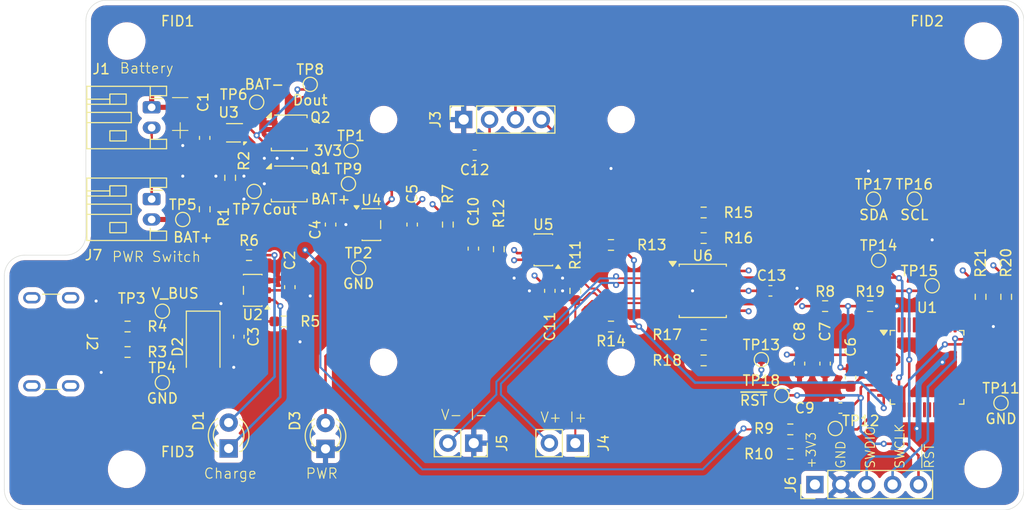
<source format=kicad_pcb>
(kicad_pcb (version 20241229) (generator "pcbnew") (generator_version "9.0")
  (title_block (rev "A"))
  (layers (0 "F.Cu" signal) (4 "In1.Cu" power) (6 "In2.Cu" power) (2 "B.Cu" signal) (13 "F.Paste" user) (15 "B.Paste" user) (5 "F.SilkS" user "F.Silkscreen") (7 "B.SilkS" user "B.Silkscreen") (1 "F.Mask" user) (3 "B.Mask" user) (25 "Edge.Cuts" user))
  (property "REVISION" "A")
  (net 0 "")
  (net 1 "/Power/BAT-")
  (net 2 "Net-(U3-BAT)")
  (net 3 "GND")
  (net 4 "/Power/BAT+")
  (net 5 "+3V3")
  (net 6 "Net-(U1-VREF+)")
  (net 7 "/MCU/~{RST}")
  (net 8 "Net-(D1-A)")
  (net 9 "Net-(D1-K)")
  (net 10 "Net-(D3-A)")
  (net 11 "Net-(J1-Pin_2)")
  (net 12 "Net-(J2-CC2)")
  (net 13 "Net-(J2-CC1)")
  (net 18 "/MCU/SCL")
  (net 19 "/MCU/SDA")
  (net 20 "/Amplifier/IN_2-")
  (net 21 "/Kelvin Probe/V+")
  (net 22 "/Kelvin Probe/V-")
  (net 23 "/MCU/SWDIO")
  (net 24 "/MCU/SWCLK")
  (net 25 "Net-(Q1-D)")
  (net 26 "/Power/V_BUS")
  (net 27 "/Power/Cout")
  (net 28 "Net-(U3-V-)")
  (net 29 "Net-(U2-PROG)")
  (net 30 "/MCU/ADC_IN0")
  (net 31 "/Amplifier/IN_2+")
  (net 32 "Net-(C10-Pad1)")
  (net 33 "/Current Source/V_OUT")
  (net 34 "Net-(U6A-REF)")
  (net 35 "Net-(U6A-RG)")
  (net 36 "/Amplifier/OUT_1")
  (net 37 "Net-(U6B-REF)")
  (net 38 "Net-(U6B-RG)")
  (net 39 "/Amplifier/OUT_2")
  (net 79 "/Power/Dout")
  (footprint "Fiducial:Fiducial_1mm_Mask2mm" (layer "F.Cu") (at 117 96.25)
    (property "Reference" "FID3")
    (property "Value" "Fiducial" (hide yes))
  )
  (footprint "TestPoint:TestPoint_Pad_D1.0mm" (layer "F.Cu") (at 115.5 87.5)
    (property "Reference" "TP4")
    (property "Value" "GND")
  )
  (footprint "TestPoint:TestPoint_Pad_D1.0mm" (layer "F.Cu") (at 124.5 68.75)
    (property "Reference" "TP7")
    (property "Value" "Cout")
  )
  (footprint "Package_QFP:LQFP-48_7x7mm_P0.5mm" (layer "F.Cu") (at 190.5 86)
    (property "Reference" "U1")
    (property "Value" "STM32G031C6Tx" (hide yes))
  )
  (footprint "Resistor_SMD:R_0603_1608Metric_Pad0.98x0.95mm_HandSolder" (layer "F.Cu") (at 180.5 80)
    (property "Reference" "R8")
    (property "Value" "DNP" (hide yes))
  )
  (footprint "TestPoint:TestPoint_Pad_D1.0mm" (layer "F.Cu") (at 191 78)
    (property "Reference" "TP15")
    (property "Value" "ADC_IN3" (hide yes))
  )
  (footprint "Fiducial:Fiducial_1mm_Mask2mm" (layer "F.Cu") (at 190.5 54)
    (property "Reference" "FID2")
    (property "Value" "Fiducial" (hide yes))
  )
  (footprint "Capacitor_SMD:C_0603_1608Metric_Pad1.08x0.95mm_HandSolder" (layer "F.Cu") (at 146 74.3625 -90)
    (property "Reference" "C10")
    (property "Value" "DNP" (hide yes))
  )
  (footprint "Resistor_SMD:R_0603_1608Metric_Pad0.98x0.95mm_HandSolder" (layer "F.Cu") (at 159.5 74 180)
    (property "Reference" "R13")
    (property "Value" "0" (hide yes))
  )
  (footprint "Resistor_SMD:R_0603_1608Metric_Pad0.98x0.95mm_HandSolder" (layer "F.Cu") (at 184.9125 80)
    (property "Reference" "R19")
    (property "Value" "DNP" (hide yes))
  )
  (footprint "Package_SO:TSSOP-14_4.4x5mm_P0.65mm" (layer "F.Cu") (at 168.5 78.5)
    (property "Reference" "U6")
    (property "Value" "INA2332" (hide yes))
  )
  (footprint "Connector_JST:JST_PH_S2B-PH-K_1x02_P2.00mm_Horizontal" (layer "F.Cu") (at 114.45 60.5 -90)
    (property "Reference" "J1")
    (property "Value" "S2B-PH-K-S" (hide yes))
  )
  (footprint "Capacitor_SMD:C_0603_1608Metric_Pad1.08x0.95mm_HandSolder" (layer "F.Cu") (at 180.5 85.6375 -90)
    (property "Reference" "C7")
    (property "Value" "100nF" (hide yes))
  )
  (footprint "TestPoint:TestPoint_Pad_D1.0mm" (layer "F.Cu") (at 134.75 76.25)
    (property "Reference" "TP2")
    (property "Value" "GND")
  )
  (footprint "MountingHole:MountingHole_3.2mm_M3" (layer "F.Cu") (at 112 54)
    (property "Reference" "H5" (hide yes))
    (property "Value" "MountingHole" (hide yes))
  )
  (footprint "Resistor_SMD:R_0603_1608Metric_Pad0.98x0.95mm_HandSolder" (layer "F.Cu") (at 177.0875 94.5 180)
    (property "Reference" "R10")
    (property "Value" "100k" (hide yes))
  )
  (footprint "Resistor_SMD:R_0603_1608Metric_Pad0.98x0.95mm_HandSolder" (layer "F.Cu") (at 168.5875 82.815 180)
    (property "Reference" "R17")
    (property "Value" "100k" (hide yes))
  )
  (footprint "TestPoint:TestPoint_Pad_D1.0mm" (layer "F.Cu") (at 130 58.25)
    (property "Reference" "TP8")
    (property "Value" "Dout")
  )
  (footprint "Package_TO_SOT_SMD:SOT-23-5" (layer "F.Cu") (at 136 72)
    (property "Reference" "U4")
    (property "Value" "AP2112K-3.3" (hide yes))
  )
  (footprint "TestPoint:TestPoint_Pad_D1.0mm" (layer "F.Cu") (at 176.25 88.75)
    (property "Reference" "TP18")
    (property "Value" "~{RST}")
  )
  (footprint "Capacitor_SMD:C_0603_1608Metric_Pad1.08x0.95mm_HandSolder" (layer "F.Cu") (at 182 90 180)
    (property "Reference" "C9")
    (property "Value" "100nF" (hide yes))
  )
  (footprint "Capacitor_SMD:C_0603_1608Metric_Pad1.08x0.95mm_HandSolder" (layer "F.Cu") (at 146.13 65.2 180)
    (property "Reference" "C12")
    (property "Value" "DNP" (hide yes))
  )
  (footprint "Resistor_SMD:R_0603_1608Metric_Pad0.98x0.95mm_HandSolder" (layer "F.Cu") (at 148.5 74.4125 -90)
    (property "Reference" "R12")
    (property "Value" "20k" (hide yes))
  )
  (footprint "Connector_PinHeader_2.54mm:PinHeader_1x05_P2.54mm_Vertical" (layer "F.Cu") (at 179.5 97.5 90)
    (property "Reference" "J6")
    (property "Value" "Conn_01x05_Pin" (hide yes))
  )
  (footprint "MountingHole:MountingHole_3.2mm_M3" (layer "F.Cu") (at 112 96)
    (property "Reference" "H7" (hide yes))
    (property "Value" "MountingHole" (hide yes))
  )
  (footprint "Capacitor_SMD:C_0603_1608Metric_Pad1.08x0.95mm_HandSolder" (layer "F.Cu") (at 153.5 78.5 -90)
    (property "Reference" "C11")
    (property "Value" "DNP" (hide yes))
  )
  (footprint "Package_TO_SOT_SMD:SOT-23-5" (layer "F.Cu") (at 124.3625 78.45 180)
    (property "Reference" "U2")
    (property "Value" "MCP73831-2-OT" (hide yes))
  )
  (footprint "MountingHole:MountingHole_2.2mm_M2" (layer "F.Cu") (at 160.5 85.5)
    (property "Reference" "H4" (hide yes))
    (property "Value" "MountingHole" (hide yes))
  )
  (footprint "Connector_PinSocket_2.54mm:PinSocket_1x02_P2.54mm_Vertical" (layer "F.Cu") (at 146.04 93.435 -90)
    (property "Reference" "J5")
    (property "Value" "Conn_01x02" (hide yes))
  )
  (footprint "LED_THT:LED_D3.0mm" (layer "F.Cu") (at 122 93.96 90)
    (property "Reference" "D1")
    (property "Value" "RED" (hide yes))
  )
  (footprint "MountingHole:MountingHole_2.2mm_M2" (layer "F.Cu") (at 137.2 61.7)
    (property "Reference" "H1" (hide yes))
    (property "Value" "MountingHole" (hide yes))
  )
  (footprint "TestPoint:TestPoint_Pad_D1.0mm" (layer "F.Cu") (at 134 64.75)
    (property "Reference" "TP1")
    (property "Value" "3V3")
  )
  (footprint "Fiducial:Fiducial_1mm_Mask2mm" (layer "F.Cu") (at 117 54)
    (property "Reference" "FID1")
    (property "Value" "Fiducial" (hide yes))
  )
  (footprint "Capacitor_SMD:C_0603_1608Metric_Pad1.08x0.95mm_HandSolder" (layer "F.Cu") (at 132 72 -90)
    (property "Reference" "C4")
    (property "Value" "1uF" (hide yes))
  )
  (footprint "LED_THT:LED_D3.0mm" (layer "F.Cu") (at 131.5 94 90)
    (property "Reference" "D3")
    (property "Value" "GREEN" (hide yes))
  )
  (footprint "TestPoint:TestPoint_Pad_D1.0mm" (layer "F.Cu") (at 117.5 71.5)
    (property "Reference" "TP5")
    (property "Value" "BAT+")
  )
  (footprint "Diode_SMD:D_SMA" (layer "F.Cu") (at 119.5 84 -90)
    (property "Reference" "D2")
    (property "Value" "SMAJ5.0A" (hide yes))
  )
  (footprint "Resistor_SMD:R_0603_1608Metric_Pad0.98x0.95mm_HandSolder" (layer "F.Cu") (at 168.5875 73.325)
    (property "Reference" "R16")
    (property "Value" "191k" (hide yes))
  )
  (footprint "Capacitor_SMD:C_0603_1608Metric_Pad1.08x0.95mm_HandSolder" (layer "F.Cu") (at 123 83 -90)
    (property "Reference" "C3")
    (property "Value" "4.7uF" (hide yes))
  )
  (footprint "Resistor_SMD:R_0603_1608Metric_Pad0.98x0.95mm_HandSolder" (layer "F.Cu") (at 156 78.5 -90)
    (property "Reference" "R11")
    (property "Value" "4.02" (hide yes))
  )
  (footprint "Resistor_SMD:R_0603_1608Metric_Pad0.98x0.95mm_HandSolder" (layer "F.Cu") (at 168.5875 70.815 180)
    (property "Reference" "R15")
    (property "Value" "10k" (hide yes))
  )
  (footprint "Package_SON:WSON-6_1.5x1.5mm_P0.5mm" (layer "F.Cu") (at 122.575 63 180)
    (property "Reference" "U3")
    (property "Value" "BQ297xy" (hide yes))
  )
  (footprint "TestPoint:TestPoint_Pad_D1.0mm" (layer "F.Cu") (at 197.75 89.5)
    (property "Reference" "TP11")
    (property "Value" "GND")
  )
  (footprint "MountingHole:MountingHole_3.2mm_M3" (layer "F.Cu") (at 196 54)
    (property "Reference" "H6" (hide yes))
    (property "Value" "MountingHole" (hide yes))
  )
  (footprint "TestPoint:TestPoint_Pad_D1.0mm" (layer "F.Cu") (at 174.25 85.25)
    (property "Reference" "TP13")
    (property "Value" "ADC_IN1" (hide yes))
  )
  (footprint "Capacitor_SMD:C_0603_1608Metric_Pad1.08x0.95mm_HandSolder" (layer "F.Cu") (at 128 78.1375 -90)
    (property "Reference" "C2")
    (property "Value" "4.7uF" (hide yes))
  )
  (footprint "TestPoint:TestPoint_Pad_D1.0mm" (layer "F.Cu") (at 189.25 69.5)
    (property "Reference" "TP16")
    (property "Value" "SCL")
  )
  (footprint "TestPoint:TestPoint_Pad_D1.0mm" (layer "F.Cu") (at 185.75 75.5)
    (property "Reference" "TP14")
    (property "Value" "ADC_IN2" (hide yes))
  )
  (footprint "Capacitor_SMD:C_0603_1608Metric_Pad1.08x0.95mm_HandSolder" (layer "F.Cu") (at 175.1375 78.5)
    (property "Reference" "C13")
    (property "Value" "100nF" (hide yes))
  )
  (footprint "Capacitor_SMD:C_0603_1608Metric_Pad1.08x0.95mm_HandSolder" (layer "F.Cu") (at 177.99 85.6375 -90)
    (property "Reference" "C8")
    (property "Value" "4.7uF" (hide yes))
  )
  (footprint "Resistor_SMD:R_0603_1608Metric_Pad0.98x0.95mm_HandSolder" (layer "F.Cu") (at 124 75)
    (property "Reference" "R6")
    (property "Value" "330" (hide yes))
  )
  (footprint "MountingHole:MountingHole_3.2mm_M3" (layer "F.Cu") (at 196 96)
    (property "Reference" "H8" (hide yes))
    (property "Value" "MountingHole" (hide yes))
  )
  (footprint "Resistor_SMD:R_0603_1608Metric_Pad0.98x0.95mm_HandSolder" (layer "F.Cu") (at 198.26 79.0875 -90)
    (property "Reference" "R20")
    (property "Value" "5.1k" (hide yes))
  )
  (footprint "Resistor_SMD:R_0603_1608Metric_Pad0.98x0.95mm_HandSolder" (layer "F.Cu") (at 168.5875 85.325)
    (property "Reference" "R18")
    (property "Value" "100k" (hide yes))
  )
  (footprint "Capacitor_SMD:C_0603_1608Metric_Pad1.08x0.95mm_HandSolder" (layer "F.Cu") (at 183 87 -90)
    (property "Reference" "C6")
    (property "Value" "100nF" (hide yes))
  )
  (footprint "TestPoint:TestPoint_Pad_D1.0mm" (layer "F.Cu") (at 115.5 80.5)
    (property "Reference" "TP3")
    (property "Value" "V_BUS")
  )
  (footprint "MountingHole:MountingHole_2.2mm_M2" (layer "F.Cu") (at 137.2 85.5)
    (property "Reference" "H3" (hide yes))
    (property "Value" "MountingHole" (hide yes))
  )
  (footprint "Capacitor_SMD:C_0603_1608Metric_Pad1.08x0.95mm_HandSolder" (layer "F.Cu") (at 119.65 63.5 90)
    (property "Reference" "C1")
    (property "Value" "100nF" (hide yes))
  )
  (footprint "MilliohmMeter:VSON-8_3.3x3.3mm_P0.65mm_NexFET" (layer "F.Cu") (at 127.94 63)
    (property "Reference" "Q2")
    (property "Value" "CSD16406Q3" (hide yes))
  )
  (footprint "Resistor_SMD:R_0603_1608Metric_Pad0.98x0.95mm_HandSolder" (layer "F.Cu") (at 122.15 67.4125 -90)
    (property "Reference" "R2")
    (property "Value" "2.2k" (hide yes))
  )
  (footprint "Capacitor_SMD:C_0603_1608Metric_Pad1.08x0.95mm_HandSolder" (layer "F.Cu") (at 140 72 -90)
    (property "Reference" "C5")
    (property "Value" "1uF" (hide yes))
  )
  (footprint "Package_TO_SOT_SMD:TSOT-23-8" (layer "F.Cu") (at 152.8625 74.475 180)
    (property "Reference" "U5")
    (property "Value" "LT3092xTS8" (hide yes))
  )
  (footprint "Resistor_SMD:R_0603_1608Metric_Pad0.98x0.95mm_HandSolder" (layer "F.Cu") (at 112.0875 82)
    (property "Reference" "R4")
    (property "Value" "5.1k" (hide yes))
  )
  (footprint "TestPoint:TestPoint_Pad_D1.0mm" (layer "F.Cu") (at 133.75 68)
    (property "Reference" "TP9")
    (property "Value" "BAT+")
  )
  (footprint "Connector_USB:USB_C_Receptacle_GCT_USB4125-xx-x-0190_6P_TopMnt_Horizontal" (layer "F.Cu") (at 103.5 83.5 -90)
    (property "Reference" "J2")
    (property "Value" "USB_C_Receptacle_PowerOnly_6P" (hide yes))
  )
  (footprint "MilliohmMeter:VSON-8_3.3x3.3mm_P0.65mm_NexFET" (layer "F.Cu") (at 127.94 68)
    (property "Reference" "Q1")
    (property "Value" "CSD16406Q3" (hide yes))
  )
  (footprint "Connector_PinSocket_2.54mm:PinSocket_1x04_P2.54mm_Vertical" (layer "F.Cu") (at 145.05 61.7 90)
    (property "Reference" "J3")
    (property "Value" "Conn_01x04_Socket" (hide yes))
  )
  (footprint "Resistor_SMD:R_0603_1608Metric_Pad0.98x0.95mm_HandSolder" (layer "F.Cu") (at 159.5 82 180)
    (property "Reference" "R14")
    (property "Value" "DNP" (hide yes))
  )
  (footprint "TestPoint:TestPoint_Pad_D1.0mm" (layer "F.Cu") (at 185.25 69.5)
    (property "Reference" "TP17")
    (property "Value" "SDA")
  )
  (footprint "Resistor_SMD:R_0603_1608Metric_Pad0.98x0.95mm_HandSolder" (layer "F.Cu") (at 127.4125 81.5)
    (property "Reference" "R5")
    (property "Value" "2k" (hide yes))
  )
  (footprint "MountingHole:MountingHole_2.2mm_M2" (layer "F.Cu") (at 160.5 61.7)
    (property "Reference" "H2" (hide yes))
    (property "Value" "MountingHole" (hide yes))
  )
  (footprint "TestPoint:TestPoint_Pad_D1.0mm" (layer "F.Cu") (at 181.5 92)
    (property "Reference" "TP12")
    (property "Value" "ADC_IN0" (hide yes))
  )
  (footprint "Connector_JST:JST_PH_S2B-PH-K_1x02_P2.00mm_Horizontal" (layer "F.Cu") (at 114.45 69.5 -90)
    (property "Reference" "J7")
    (property "Value" "S2B-PH-K-S" (hide yes))
  )
  (footprint "Resistor_SMD:R_0603_1608Metric_Pad0.98x0.95mm_HandSolder" (layer "F.Cu") (at 112.0875 84.5)
    (property "Reference" "R3")
    (property "Value" "5.1k" (hide yes))
  )
  (footprint "Resistor_SMD:R_0603_1608Metric_Pad0.98x0.95mm_HandSolder" (layer "F.Cu") (at 177.0875 92.0875)
    (property "Reference" "R9")
    (property "Value" "100k" (hide yes))
  )
  (footprint "Resistor_SMD:R_0603_1608Metric_Pad0.98x0.95mm_HandSolder" (layer "F.Cu") (at 119.65 70.5 90)
    (property "Reference" "R1")
    (property "Value" "330" (hide yes))
  )
  (footprint "Resistor_SMD:R_0603_1608Metric_Pad0.98x0.95mm_HandSolder" (layer "F.Cu") (at 195.75 79.0875 -90)
    (property "Reference" "R21")
    (property "Value" "5.1k" (hide yes))
  )
  (footprint "TestPoint:TestPoint_Pad_D1.0mm" (layer "F.Cu") (at 124.75 60)
    (property "Reference" "TP6")
    (property "Value" "BAT-")
  )
  (footprint "Resistor_SMD:R_0603_1608Metric_Pad0.98x0.95mm_HandSolder" (layer "F.Cu") (at 143.5 72 -90)
    (property "Reference" "R7")
    (property "Value" "100" (hide yes))
  )
  (footprint "Connector_PinSocket_2.54mm:PinSocket_1x02_P2.54mm_Vertical" (layer "F.Cu") (at 156 93.435 -90)
    (property "Reference" "J4")
    (property "Value" "Conn_01x02" (hide yes))
  )
  (gr_line (start 200 52) (end 200 98) (stroke (width 0.05)) (layer "Edge.Cuts"))
  (gr_arc (start 108 52) (mid 108.585786 50.585786) (end 110 50) (stroke (width 0.05)) (layer "Edge.Cuts"))
  (gr_arc (start 198 50) (mid 199.414214 50.585786) (end 200 52) (stroke (width 0.05)) (layer "Edge.Cuts"))
  (gr_arc (start 200 98) (mid 199.414214 99.414214) (end 198 100) (stroke (width 0.05)) (layer "Edge.Cuts"))
  (gr_arc (start 102 100) (mid 100.585786 99.414214) (end 100 98) (stroke (width 0.05)) (layer "Edge.Cuts"))
  (gr_arc (start 108 73) (mid 107.414214 74.414214) (end 106 75) (stroke (width 0.05)) (layer "Edge.Cuts"))
  (gr_line (start 198 100) (end 102 100) (stroke (width 0.05)) (layer "Edge.Cuts"))
  (gr_line (start 108 73) (end 108 52) (stroke (width 0.05)) (layer "Edge.Cuts"))
  (gr_line (start 110 50) (end 198 50) (stroke (width 0.05)) (layer "Edge.Cuts"))
  (gr_line (start 102 75) (end 106 75) (stroke (width 0.05)) (layer "Edge.Cuts"))
  (gr_line (start 100 98) (end 100 77) (stroke (width 0.05)) (layer "Edge.Cuts"))
  (gr_arc (start 100 77) (mid 100.585786 75.585786) (end 102 75) (stroke (width 0.05)) (layer "Edge.Cuts"))
  (gr_text "PWR Switch" (at 110.5 75.75 0) (layer "F.SilkS") (effects (font (size 1 1) (thickness 0.1)) (justify left bottom)))
  (gr_text "PWR" (at 129.5 97 0) (layer "F.SilkS") (effects (font (size 1 1) (thickness 0.1)) (justify left bottom)))
  (gr_text "V+ I+" (at 152.5 91.5 0) (layer "F.SilkS") (effects (font (size 1 1) (thickness 0.1)) (justify left bottom)))
  (gr_text "Battery" (at 111.25 57.25 0) (layer "F.SilkS") (effects (font (size 1 1) (thickness 0.1)) (justify left bottom)))
  (gr_text "V- I-" (at 142.75 91.25 0) (layer "F.SilkS") (effects (font (size 1 1) (thickness 0.1)) (justify left bottom)))
  (gr_text "Charge" (at 119.5 97 0) (layer "F.SilkS") (effects (font (size 1 1) (thickness 0.1)) (justify left bottom)))
  (gr_text "+3V3\n\nGND\n\nSWDIO\n\nSWCLK\n\n~{RST}" (at 191.25 96 90) (layer "F.SilkS") (effects (font (size 0.9 0.9) (thickness 0.1)) (justify left bottom)))
  (gr_text "-\n+" (at 117.25 61 0) (layer "F.SilkS") (effects (font (size 2 2) (thickness 0.1))))
  (segment (start 119.65 62.6375) (end 119.7875 62.5) (width 0.2) (layer "F.Cu") (net 1))
  (segment (start 119.65 64.3625) (end 119.65 69.5875) (width 0.25) (layer "F.Cu") (net 2))
  (segment (start 119.65 64.3625) (end 121.0125 63) (width 0.25) (layer "F.Cu") (net 2))
  (segment (start 121.0125 63) (end 122 63) (width 0.25) (layer "F.Cu") (net 2))
  (segment (start 128 79) (end 130 79) (width 0.25) (layer "F.Cu") (net 3))
  (segment (start 134.8625 72) (end 133.5 72) (width 0.25) (layer "F.Cu") (net 3))
  (segment (start 132.6375 72.8625) (end 133.5 72) (width 0.25) (layer "F.Cu") (net 3))
  (segment (start 128.325 81.5) (end 128.325 82.825) (width 0.25) (layer "F.Cu") (net 3))
  (segment (start 176 78.5) (end 177.5 78.5) (width 0.25) (layer "F.Cu") (net 3))
  (segment (start 128.325 82.825) (end 129 83.5) (width 0.25) (layer "F.Cu") (net 3))
  (segment (start 106.58 86.25) (end 109.25 86.25) (width 0.25) (layer "F.Cu") (net 3))
  (segment (start 123 85.5) (end 122.5 86) (width 0.25) (layer "F.Cu") (net 3))
  (segment (start 125.5 78.45) (end 127.45 78.45) (width 0.25) (layer "F.Cu") (net 3))
  (segment (start 125.83 68.33) (end 125.5 68) (width 0.25) (layer "F.Cu") (net 3))
  (segment (start 184.5 86.5) (end 183.1375 87.8625) (width 0.25) (layer "F.Cu") (net 3))
  (segment (start 185.825 80) (end 187.5 80) (width 0.25) (layer "F.Cu") (net 3))
  (segment (start 123 83.8625) (end 123 85.5) (width 0.25) (layer "F.Cu") (net 3))
  (segment (start 132 72.8625) (end 132.6375 72.8625) (width 0.25) (layer "F.Cu") (net 3))
  (segment (start 177.5 78.5) (end 177.75 78.25) (width 0.25) (layer "F.Cu") (net 3))
  (segment (start 106.58 80.75) (end 107.75 80.75) (width 0.25) (layer "F.Cu") (net 3))
  (segment (start 126.5 68.33) (end 125.83 68.33) (width 0.25) (layer "F.Cu") (net 3))
  (segment (start 109.25 86.25) (end 109.5 86.5) (width 0.25) (layer "F.Cu") (net 3))
  (segment (start 107.75 80.75) (end 109 79.5) (width 0.25) (layer "F.Cu") (net 3))
  (segment (start 127.45 78.45) (end 128 79) (width 0.25) (layer "F.Cu") (net 3))
  (segment (start 184.75 86.25) (end 186.3375 86.25) (width 0.25) (layer "F.Cu") (net 3))
  (segment (start 165.6375 78.5) (end 167.5 78.5) (width 0.25) (layer "F.Cu") (net 3))
  (segment (start 183.1375 87.8625) (end 183 87.8625) (width 0.25) (layer "F.Cu") (net 3))
  (segment (start 184.5 86.5) (end 184.75 86.25) (width 0.25) (layer "F.Cu") (net 3))
  (via (at 159.5 66.5) (size 0.6) (drill 0.3) (layers "F.Cu" "B.Cu") (net 3))
  (via (at 197 82) (size 0.6) (drill 0.3) (layers "F.Cu" "B.Cu") (net 3))
  (via (at 120.75 67.25) (size 0.6) (drill 0.3) (layers "F.Cu" "B.Cu") (net 3))
  (via (at 121.25 79.75) (size 0.6) (drill 0.3) (layers "F.Cu" "B.Cu") (net 3))
  (via (at 167.5 78.5) (size 0.6) (drill 0.3) (layers "F.Cu" "B.Cu") (net 3))
  (via (at 129 83.5) (size 0.6) (drill 0.3) (layers "F.Cu" "B.Cu") (net 3))
  (via (at 151.5 78.5) (size 0.6) (drill 0.3) (layers "F.Cu" "B.Cu") (net 3))
  (via (at 123.5 69.5) (size 0.6) (drill 0.3) (layers "F.Cu" "B.Cu") (net 3))
  (via (at 192 85.5) (size 0.6) (drill 0.3) (layers "F.Cu" "B.Cu") (net 3))
  (via (at 122.5 86) (size 0.6) (drill 0.3) (layers "F.Cu" "B.Cu") (net 3))
  (via (at 117.5 64.25) (size 0.6) (drill 0.3) (layers "F.Cu" "B.Cu") (net 3))
  (via (at 109 79.5) (size 0.6) (drill 0.3) (layers "F.Cu" "B.Cu") (net 3))
  (via (at 125.5 65.5) (size 0.6) (drill 0.3) (layers "F.Cu" "B.Cu") (net 3))
  (via (at 126.75 65.5) (size 0.6) (drill 0.3) (layers "F.Cu" "B.Cu") (net 3))
  (via (at 128.25 65.5) (size 0.6) (drill 0.3) (layers "F.Cu" "B.Cu") (net 3))
  (via (at 117.5 67.25) (size 0.6) (drill 0.3) (layers "F.Cu" "B.Cu") (net 3))
  (via (at 133.5 72) (size 0.6) (drill 0.3) (layers "F.Cu" "B.Cu") (net 3))
  (via (at 184.75 66.75) (size 0.6) (drill 0.3) (layers "F.Cu" "B.Cu") (net 3))
  (via (at 177.75 78.25) (size 0.6) (drill 0.3) (layers "F.Cu" "B.Cu") (net 3))
  (via (at 109.5 86.5) (size 0.6) (drill 0.3) (layers "F.Cu" "B.Cu") (net 3))
  (via (at 154.75 78.5) (size 0.6) (drill 0.3) (layers "F.Cu" "B.Cu") (net 3))
  (via (at 130 79) (size 0.6) (drill 0.3) (layers "F.Cu" "B.Cu") (net 3))
  (via (at 125.5 68) (size 0.6) (drill 0.3) (layers "F.Cu" "B.Cu") (net 3))
  (via (at 184.5 86.5) (size 0.6) (drill 0.3) (layers "F.Cu" "B.Cu") (net 3))
  (via (at 123.5 67.25) (size 0.6) (drill 0.3) (layers "F.Cu" "B.Cu") (net 3))
  (via (at 150 77.25) (size 0.6) (drill 0.3) (layers "F.Cu" "B.Cu") (net 3))
  (via (at 154.75 77.25) (size 0.6) (drill 0.3) (layers "F.Cu" "B.Cu") (net 3))
  (via (at 191 73.5) (size 0.6) (drill 0.3) (layers "F.Cu" "B.Cu") (net 3))
  (via (at 187.5 80) (size 0.6) (drill 0.3) (layers "F.Cu" "B.Cu") (net 3))
  (via (at 189.5 92) (size 0.6) (drill 0.3) (layers "F.Cu" "B.Cu") (net 3))
  (segment (start 172.5875 92.0875) (end 172.5 92) (width 0.2) (layer "F.Cu") (net 4))
  (segment (start 117.5875 71.4125) (end 117.5 71.5) (width 0.2) (layer "F.Cu") (net 4))
  (segment (start 132 71.1375) (end 132 69.75) (width 0.2) (layer "F.Cu") (net 4))
  (segment (start 134.775 71.1375) (end 134.8625 71.05) (width 0.2) (layer "F.Cu") (net 4))
  (segment (start 132 71.1375) (end 134.775 71.1375) (width 0.2) (layer "F.Cu") (net 4))
  (segment (start 119.65 71.4125) (end 117.5875 71.4125) (width 0.5) (layer "F.Cu") (net 4))
  (segment (start 132 69.75) (end 133.75 68) (width 0.2) (layer "F.Cu") (net 4))
  (segment (start 176.175 92.0875) (end 172.5875 92.0875) (width 0.2) (layer "F.Cu") (net 4))
  (via (at 129.5 74.5) (size 0.6) (drill 0.3) (layers "F.Cu" "B.Cu") (net 4))
  (via (at 172.5 92) (size 0.6) (drill 0.3) (layers "F.Cu" "B.Cu") (net 4))
  (segment (start 168.5 96) (end 141 96) (width 0.2) (layer "B.Cu") (net 4))
  (segment (start 131 76) (end 129.5 74.5) (width 0.2) (layer "B.Cu") (net 4))
  (segment (start 131 86) (end 131 77) (width 0.2) (layer "B.Cu") (net 4))
  (segment (start 172.5 92) (end 168.5 96) (width 0.2) (layer "B.Cu") (net 4))
  (segment (start 141 96) (end 131 86) (width 0.2) (layer "B.Cu") (net 4))
  (segment (start 131 77) (end 131 76) (width 0.2) (layer "B.Cu") (net 4))
  (segment (start 140 70.5) (end 141 69.5) (width 0.25) (layer "F.Cu") (net 5))
  (segment (start 187.75 85) (end 187.5 84.75) (width 0.25) (layer "F.Cu") (net 5))
  (segment (start 143.0875 71.0875) (end 142 70) (width 0.25) (layer "F.Cu") (net 5))
  (segment (start 152.6375 77.6375) (end 152 77) (width 0.25) (layer "F.Cu") (net 5))
  (segment (start 150.05 75.45) (end 151.725 75.45) (width 0.25) (layer "F.Cu") (net 5))
  (segment (start 150 75.5) (end 150.05 75.45) (width 0.25) (layer "F.Cu") (net 5))
  (segment (start 143.5 71.0875) (end 143.0875 71.0875) (width 0.25) (layer "F.Cu") (net 5))
  (segment (start 187.75 85.5) (end 187.75 85) (width 0.25) (layer "F.Cu") (net 5))
  (segment (start 180.5 84.775) (end 186.3125 84.775) (width 0.25) (layer "F.Cu") (net 5))
  (segment (start 177.99 84.775) (end 176.775 84.775) (width 0.25) (layer "F.Cu") (net 5))
  (segment (start 174.275 78.5) (end 173 78.5) (width 0.25) (layer "F.Cu") (net 5))
  (segment (start 151.725 74.8) (end 150.3 74.8) (width 0.25) (layer "F.Cu") (net 5))
  (segment (start 137.1375 71.05) (end 137.1375 70.3625) (width 0.25) (layer "F.Cu") (net 5))
  (segment (start 147.59 64.6025) (end 147.59 61.7) (width 0.25) (layer "F.Cu") (net 5))
  (segment (start 171.3625 80.45) (end 172.95 80.45) (width 0.25) (layer "F.Cu") (net 5))
  (segment (start 138 68.75) (end 134 64.75) (width 0.25) (layer "F.Cu") (net 5))
  (segment (start 171.3625 78.5) (end 173 78.5) (width 0.25) (layer "F.Cu") (net 5))
  (segment (start 198.26 78.175) (end 198.26 77.26) (width 0.25) (layer "F.Cu") (net 5))
  (segment (start 195.75 78.175) (end 195.675 78.175) (width 0.25) (layer "F.Cu") (net 5))
  (segment (start 179.5875 80) (end 178.25 80) (width 0.25) (layer "F.Cu") (net 5))
  (segment (start 177.99 84.775) (end 180.5 84.775) (width 0.25) (layer "F.Cu") (net 5))
  (segment (start 186.3125 84.775) (end 186.3375 84.75) (width 0.25) (layer "F.Cu") (net 5))
  (segment (start 187.5 84.75) (end 186.3375 84.75) (width 0.25) (layer "F.Cu") (net 5))
  (segment (start 171.3625 76.55) (end 172.95 76.55) (width 0.25) (layer "F.Cu") (net 5))
  (segment (start 195.675 78.175) (end 194 76.5) (width 0.25) (layer "F.Cu") (net 5))
  (segment (start 150.3 74.8) (end 150 74.5) (width 0.25) (layer "F.Cu") (net 5))
  (segment (start 153.5 77.6375) (end 152.6375 77.6375) (width 0.25) (layer "F.Cu") (net 5))
  (segment (start 137.1375 70.3625) (end 138 69.5) (width 0.25) (layer "F.Cu") (net 5))
  (segment (start 172.95 76.55) (end 173 76.5) (width 0.25) (layer "F.Cu") (net 5))
  (segment (start 198.26 77.26) (end 197 76) (width 0.25) (layer "F.Cu") (net 5))
  (segment (start 176.775 84.775) (end 176.75 84.75) (width 0.25) (layer "F.Cu") (net 5))
  (segment (start 172.95 80.45) (end 173 80.5) (width 0.25) (layer "F.Cu") (net 5))
  (segment (start 187.5 85.75) (end 187.75 85.5) (width 0.25) (layer "F.Cu") (net 5))
  (segment (start 186.3375 85.75) (end 187.5 85.75) (width 0.25) (layer "F.Cu") (net 5))
  (segment (start 140 71.1375) (end 140 70.5) (width 0.25) (layer "F.Cu") (net 5))
  (segment (start 138 69.5) (end 138 68.75) (width 0.25) (layer "F.Cu") (net 5))
  (segment (start 146.9925 65.2) (end 147.59 64.6025) (width 0.25) (layer "F.Cu") (net 5))
  (via (at 176.75 84.75) (size 0.6) (drill 0.3) (layers "F.Cu" "B.Cu") (net 5))
  (via (at 178.25 80) (size 0.6) (drill 0.3) (layers "F.Cu" "B.Cu") (net 5))
  (via (at 138 69.5) (size 0.6) (drill 0.3) (layers "F.Cu" "B.Cu") (net 5))
  (via (at 194 76.5) (size 0.6) (drill 0.3) (layers "F.Cu" "B.Cu") (net 5))
  (via (at 197 76) (size 0.6) (drill 0.3) (layers "F.Cu" "B.Cu") (net 5))
  (via (at 173 80.5) (size 0.6) (drill 0.3) (layers "F.Cu" "B.Cu") (net 5))
  (via (at 150 75.5) (size 0.6) (drill 0.3) (layers "F.Cu" "B.Cu") (net 5))
  (via (at 152 77) (size 0.6) (drill 0.3) (layers "F.Cu" "B.Cu") (net 5))
  (via (at 142 70) (size 0.6) (drill 0.3) (layers "F.Cu" "B.Cu") (net 5))
  (via (at 173 76.5) (size 0.6) (drill 0.3) (layers "F.Cu" "B.Cu") (net 5))
  (via (at 141 69.5) (size 0.6) (drill 0.3) (layers "F.Cu" "B.Cu") (net 5))
  (via (at 173 78.5) (size 0.6) (drill 0.3) (layers "F.Cu" "B.Cu") (net 5))
  (via (at 150 74.5) (size 0.6) (drill 0.3) (layers "F.Cu" "B.Cu") (net 5))
  (segment (start 183 86.1375) (end 182.1375 86.1375) (width 0.25) (layer "F.Cu") (net 6))
  (segment (start 183.8875 85.25) (end 186.3375 85.25) (width 0.25) (layer "F.Cu") (net 6))
  (segment (start 181.4125 80) (end 184 80) (width 0.25) (layer "F.Cu") (net 6))
  (segment (start 182.1375 86.1375) (end 182 86) (width 0.25) (layer "F.Cu") (net 6))
  (segment (start 183 86.1375) (end 183.8875 85.25) (width 0.25) (layer "F.Cu") (net 6))
  (via (at 182.75 80) (size 0.6) (drill 0.3) (layers "F.Cu" "B.Cu") (net 6))
  (via (at 182 86) (size 0.6) (drill 0.3) (layers "F.Cu" "B.Cu") (net 6))
  (segment (start 182 86) (end 182 82.5) (width 0.25) (layer "B.Cu") (net 6))
  (segment (start 182.75 81.75) (end 182.75 80) (width 0.25) (layer "B.Cu") (net 6))
  (segment (start 182 82.5) (end 182.75 81.75) (width 0.25) (layer "B.Cu") (net 6))
  (segment (start 184 88) (end 184.25 87.75) (width 0.25) (layer "F.Cu") (net 7))
  (segment (start 186.25 93.5) (end 188.5 93.5) (width 0.25) (layer "F.Cu") (net 7))
  (segment (start 183 90) (end 184 89) (width 0.25) (layer "F.Cu") (net 7))
  (segment (start 176.25 88.75) (end 177.75 88.75) (width 0.25) (layer "F.Cu") (net 7))
  (segment (start 184 89) (end 184 88) (width 0.25) (layer "F.Cu") (net 7))
  (segment (start 188.5 93.5) (end 189.66 94.66) (width 0.25) (layer "F.Cu") (net 7))
  (segment (start 182.8625 90) (end 183 90) (width 0.25) (layer "F.Cu") (net 7))
  (segment (start 189.66 94.66) (end 189.66 97.5) (width 0.25) (layer "F.Cu") (net 7))
  (segment (start 184.25 87.75) (end 186.3375 87.75) (width 0.25) (layer "F.Cu") (net 7))
  (via (at 186.25 93.5) (size 0.6) (drill 0.3) (layers "F.Cu" "B.Cu") (net 7))
  (via (at 184 89) (size 0.6) (drill 0.3) (layers "F.Cu" "B.Cu") (net 7))
  (via (at 177.75 88.75) (size 0.6) (drill 0.3) (layers "F.Cu" "B.Cu") (net 7))
  (segment (start 185.25 93.5) (end 184 92.25) (width 0.25) (layer "B.Cu") (net 7))
  (segment (start 177.75 88.75) (end 183.75 88.75) (width 0.25) (layer "B.Cu") (net 7))
  (segment (start 184 92.25) (end 184 89) (width 0.25) (layer "B.Cu") (net 7))
  (segment (start 183.75 88.75) (end 184 89) (width 0.25) (layer "B.Cu") (net 7))
  (segment (start 186.25 93.5) (end 185.25 93.5) (width 0.25) (layer "B.Cu") (net 7))
  (segment (start 124.9125 75) (end 126.5 75) (width 0.25) (layer "F.Cu") (net 8))
  (via (at 126.5 75) (size 0.6) (drill 0.3) (layers "F.Cu" "B.Cu") (net 8))
  (segment (start 126.5 86.92) (end 122 91.42) (width 0.25) (layer "B.Cu") (net 8))
  (segment (start 126.5 75) (end 126.5 86.92) (width 0.25) (layer "B.Cu") (net 8))
  (segment (start 126.465 79.4) (end 127.065 80) (width 0.25) (layer "F.Cu") (net 9))
  (segment (start 125.5 79.4) (end 126.465 79.4) (width 0.25) (layer "F.Cu") (net 9))
  (via (at 127.065 80) (size 0.6) (drill 0.3) (layers "F.Cu" "B.Cu") (net 9))
  (segment (start 127.065 80) (end 127.065 88.895) (width 0.25) (layer "B.Cu") (net 9))
  (segment (start 127.065 88.895) (end 122 93.96) (width 0.25) (layer "B.Cu") (net 9))
  (segment (start 131.5 91.46) (end 131.5 84.9125) (width 0.25) (layer "F.Cu") (net 10))
  (segment (start 131.5 84.9125) (end 143.5 72.9125) (width 0.25) (layer "F.Cu") (net 10))
  (segment (start 114.45 69.5) (end 114.45 62.5) (width 0.25) (layer "F.Cu") (net 11))
  (segment (start 106.58 84) (end 110.675 84) (width 0.25) (layer "F.Cu") (net 12))
  (segment (start 110.675 84) (end 111.175 84.5) (width 0.25) (layer "F.Cu") (net 12))
  (segment (start 110.175 83) (end 111.175 82) (width 0.25) (layer "F.Cu") (net 13))
  (segment (start 106.58 83) (end 110.175 83) (width 0.25) (layer "F.Cu") (net 13))
  (segment (start 150.75 59) (end 150.13 59.62) (width 0.25) (layer "F.Cu") (net 18))
  (segment (start 197.5 80) (end 197 79.5) (width 0.25) (layer "F.Cu") (net 18))
  (segment (start 197 79.5) (end 197 77.25) (width 0.25) (layer "F.Cu") (net 18))
  (segment (start 197 77.25) (end 185.5 65.75) (width 0.25) (layer "F.Cu") (net 18))
  (segment (start 198.26 83.24) (end 198.26 80) (width 0.25) (layer "F.Cu") (net 18))
  (segment (start 154.75 61) (end 154.75 59.75) (width 0.25) (layer "F.Cu") (net 18))
  (segment (start 154 59) (end 150.75 59) (width 0.25) (layer "F.Cu") (net 18))
  (segment (start 198.26 80) (end 197.5 80) (width 0.25) (layer "F.Cu") (net 18))
  (segment (start 154.75 59.75) (end 154 59) (width 0.25) (layer "F.Cu") (net 18))
  (segment (start 196.75 84.75) (end 198.26 83.24) (width 0.25) (layer "F.Cu") (net 18))
  (segment (start 150.13 59.62) (end 150.13 61.7) (width 0.25) (layer "F.Cu") (net 18))
  (segment (start 194.6625 84.75) (end 196.75 84.75) (width 0.25) (layer "F.Cu") (net 18))
  (segment (start 159.5 65.75) (end 154.75 61) (width 0.25) (layer "F.Cu") (net 18))
  (segment (start 185.5 65.75) (end 159.5 65.75) (width 0.25) (layer "F.Cu") (net 18))
  (segment (start 195.75 83.899999) (end 195.75 80) (width 0.25) (layer "F.Cu") (net 19))
  (segment (start 195.399999 84.25) (end 195.75 83.899999) (width 0.25) (layer "F.Cu") (net 19))
  (segment (start 183.25 67.5) (end 158.47 67.5) (width 0.25) (layer "F.Cu") (net 19))
  (segment (start 194.6625 84.25) (end 195.399999 84.25) (width 0.25) (layer "F.Cu") (net 19))
  (segment (start 158.47 67.5) (end 152.67 61.7) (width 0.25) (layer "F.Cu") (net 19))
  (segment (start 195.75 80) (end 183.25 67.5) (width 0.25) (layer "F.Cu") (net 19))
  (segment (start 157.906802 78.725) (end 158.881802 79.7) (width 0.2) (layer "F.Cu") (net 20))
  (segment (start 148.4 75.225) (end 148.5 75.325) (width 0.2) (layer "F.Cu") (net 20))
  (segment (start 156 79.4125) (end 156.731251 79.4125) (width 0.2) (layer "F.Cu") (net 20))
  (segment (start 148.5 77.5) (end 150.4125 79.4125) (width 0.2) (layer "F.Cu") (net 20))
  (segment (start 158.881802 79.7) (end 164.431249 79.7) (width 0.2) (layer "F.Cu") (net 20))
  (segment (start 158.5875 82) (end 156 82) (width 0.2) (layer "F.Cu") (net 20))
  (segment (start 148.5 75.325) (end 148.5 77.5) (width 0.2) (layer "F.Cu") (net 20))
  (segment (start 156 79.4125) (end 156 82) (width 0.2) (layer "F.Cu") (net 20))
  (segment (start 164.531249 79.8) (end 165.6375 79.8) (width 0.2) (layer "F.Cu") (net 20))
  (segment (start 156 93.435) (end 156 82) (width 0.2) (layer "F.Cu") (net 20))
  (segment (start 150.4125 79.4125) (end 156 79.4125) (width 0.2) (layer "F.Cu") (net 20))
  (segment (start 157.418751 78.725) (end 157.906802 78.725) (width 0.2) (layer "F.Cu") (net 20))
  (segment (start 146 75.225) (end 148.4 75.225) (width 0.2) (layer "F.Cu") (net 20))
  (segment (start 156.731251 79.4125) (end 157.418751 78.725) (width 0.2) (layer "F.Cu") (net 20))
  (segment (start 164.431249 79.7) (end 164.531249 79.8) (width 0.2) (layer "F.Cu") (net 20))
  (segment (start 165.6375 77.85) (end 164.531249 77.85) (width 0.2) (layer "F.Cu") (net 21))
  (segment (start 160.2 77.725) (end 160 77.925) (width 0.2) (layer "F.Cu") (net 21))
  (segment (start 164.531249 77.85) (end 164.406249 77.725) (width 0.2) (layer "F.Cu") (net 21))
  (segment (start 164.406249 77.725) (end 160.2 77.725) (width 0.2) (layer "F.Cu") (net 21))
  (via (at 160 77.925) (size 0.6) (drill 0.3) (layers "F.Cu" "B.Cu") (net 21))
  (segment (start 159.800001 77.725001) (end 160 77.925) (width 0.2) (layer "B.Cu") (net 21))
  (segment (start 153.46 93.435) (end 148.705001 88.680001) (width 0.2) (layer "B.Cu") (net 21))
  (segment (start 148.705001 87.613197) (end 158.593197 77.725001) (width 0.2) (layer "B.Cu") (net 21))
  (segment (start 148.705001 88.680001) (end 148.705001 87.613197) (width 0.2) (layer "B.Cu") (net 21))
  (segment (start 158.593197 77.725001) (end 159.800001 77.725001) (width 0.2) (layer "B.Cu") (net 21))
  (segment (start 165.6375 77.2) (end 164.531249 77.2) (width 0.2) (layer "F.Cu") (net 22))
  (segment (start 164.531249 77.2) (end 164.456249 77.275) (width 0.2) (layer "F.Cu") (net 22))
  (segment (start 164.456249 77.275) (end 160.2 77.275) (width 0.2) (layer "F.Cu") (net 22))
  (segment (start 160.2 77.275) (end 160 77.075) (width 0.2) (layer "F.Cu") (net 22))
  (via (at 160 77.075) (size 0.6) (drill 0.3) (layers "F.Cu" "B.Cu") (net 22))
  (segment (start 148.254999 88.680001) (end 148.254999 87.426803) (width 0.2) (layer "B.Cu") (net 22))
  (segment (start 143.5 93.435) (end 148.254999 88.680001) (width 0.2) (layer "B.Cu") (net 22))
  (segment (start 158.406803 77.274999) (end 159.800001 77.274999) (width 0.2) (layer "B.Cu") (net 22))
  (segment (start 159.800001 77.274999) (end 160 77.075) (width 0.2) (layer "B.Cu") (net 22))
  (segment (start 148.254999 87.426803) (end 158.406803 77.274999) (width 0.2) (layer "B.Cu") (net 22))
  (segment (start 194.6625 83.75) (end 192.25 83.75) (width 0.25) (layer "F.Cu") (net 23))
  (via (at 192.25 83.75) (size 0.6) (drill 0.3) (layers "F.Cu" "B.Cu") (net 23))
  (segment (start 187.83 94.75) (end 185.25 94.75) (width 0.25) (layer "B.Cu") (net 23))
  (segment (start 192.25 83.75) (end 188.75 87.25) (width 0.25) (layer "B.Cu") (net 23))
  (segment (start 188.75 87.25) (end 188.75 93.83) (width 0.25) (layer "B.Cu") (net 23))
  (segment (start 188.75 93.83) (end 187.83 94.75) (width 0.25) (layer "B.Cu") (net 23))
  (segment (start 185.25 94.75) (end 184.58 95.42) (width 0.25) (layer "B.Cu") (net 23))
  (segment (start 184.58 95.42) (end 184.58 97.5) (width 0.25) (layer "B.Cu") (net 23))
  (segment (start 193.315 83.25) (end 193.25 83.185) (width 0.25) (layer "F.Cu") (net 24))
  (segment (start 194.6625 83.25) (end 193.315 83.25) (width 0.25) (layer "F.Cu") (net 24))
  (via (at 193.25 83.185) (size 0.6) (drill 0.3) (layers "F.Cu" "B.Cu") (net 24))
  (segment (start 188 95.75) (end 187.5 95.75) (width 0.25) (layer "B.Cu") (net 24))
  (segment (start 193.25 85.25) (end 190.58 87.92) (width 0.25) (layer "B.Cu") (net 24))
  (segment (start 193.25 83.185) (end 193.25 85.25) (width 0.25) (layer "B.Cu") (net 24))
  (segment (start 190.58 87.92) (end 190.58 93.17) (width 0.25) (layer "B.Cu") (net 24))
  (segment (start 190.58 93.17) (end 188 95.75) (width 0.25) (layer "B.Cu") (net 24))
  (segment (start 187.5 95.75) (end 187.12 96.13) (width 0.25) (layer "B.Cu") (net 24))
  (segment (start 187.12 96.13) (end 187.12 97.5) (width 0.25) (layer "B.Cu") (net 24))
  (segment (start 123.225 77.5) (end 123.225 75.1375) (width 0.25) (layer "F.Cu") (net 26))
  (segment (start 123.225 75.1375) (end 123.0875 75) (width 0.25) (layer "F.Cu") (net 26))
  (segment (start 118 80.5) (end 119.5 82) (width 0.25) (layer "F.Cu") (net 26))
  (segment (start 105.52 81.98) (end 106.58 81.98) (width 0.25) (layer "F.Cu") (net 26))
  (segment (start 110 80.5) (end 118 80.5) (width 0.25) (layer "F.Cu") (net 26))
  (segment (start 122.8625 82) (end 123 82.1375) (width 0.25) (layer "F.Cu") (net 26))
  (segment (start 121.5 77.5) (end 123.225 77.5) (width 0.25) (layer "F.Cu") (net 26))
  (segment (start 106.58 81.98) (end 108.52 81.98) (width 0.25) (layer "F.Cu") (net 26))
  (segment (start 105.52 85.02) (end 105 84.5) (width 0.25) (layer "F.Cu") (net 26))
  (segment (start 105 82.5) (end 105.52 81.98) (width 0.25) (layer "F.Cu") (net 26))
  (segment (start 119.5 79.5) (end 121.5 77.5) (width 0.25) (layer "F.Cu") (net 26))
  (segment (start 119.5 82) (end 122.8625 82) (width 0.25) (layer "F.Cu") (net 26))
  (segment (start 119.5 82) (end 119.5 79.5) (width 0.25) (layer "F.Cu") (net 26))
  (segment (start 108.52 81.98) (end 110 80.5) (width 0.25) (layer "F.Cu") (net 26))
  (segment (start 106.58 85.02) (end 105.52 85.02) (width 0.25) (layer "F.Cu") (net 26))
  (segment (start 105 84.5) (end 105 82.5) (width 0.25) (layer "F.Cu") (net 26))
  (segment (start 124.5 68.5) (end 124.97 68.97) (width 0.25) (layer "F.Cu") (net 27))
  (segment (start 124.5 63.975) (end 124.5 68.5) (width 0.25) (layer "F.Cu") (net 27))
  (segment (start 123.525 63) (end 124.5 63.975) (width 0.25) (layer "F.Cu") (net 27))
  (segment (start 124.97 68.97) (end 126.5 68.97) (width 0.25) (layer "F.Cu") (net 27))
  (segment (start 123.15 63) (end 123.525 63) (width 0.25) (layer "F.Cu") (net 27))
  (segment (start 122.15 66.5) (end 122.15 63.65) (width 0.25) (layer "F.Cu") (net 28))
  (segment (start 122.15 63.65) (end 122 63.5) (width 0.25) (layer "F.Cu") (net 28))
  (segment (start 123.225 80.725) (end 124 81.5) (width 0.25) (layer "F.Cu") (net 29))
  (segment (start 123.225 79.4) (end 123.225 80.725) (width 0.25) (layer "F.Cu") (net 29))
  (segment (start 124 81.5) (end 126.5 81.5) (width 0.25) (layer "F.Cu") (net 29))
  (segment (start 183.6625 92.0875) (end 184.75 91) (width 0.25) (layer "F.Cu") (net 30))
  (segment (start 184.75 91) (end 184.75 88.5) (width 0.25) (layer "F.Cu") (net 30))
  (segment (start 178 92.0875) (end 183.6625 92.0875) (width 0.25) (layer "F.Cu") (net 30))
  (segment (start 184.75 88.5) (end 185 88.25) (width 0.25) (layer "F.Cu") (net 30))
  (segment (start 185 88.25) (end 186.3375 88.25) (width 0.25) (layer "F.Cu") (net 30))
  (segment (start 178 94.5) (end 178 92.0875) (width 0.25) (layer "F.Cu") (net 30))
  (segment (start 158.093198 78.275) (end 159.068198 79.25) (width 0.2) (layer "F.Cu") (net 31))
  (segment (start 156 77.5875) (end 156.731251 77.5875) (width 0.2) (layer "F.Cu") (net 31))
  (segment (start 157.418751 78.275) (end 158.093198 78.275) (width 0.2) (layer "F.Cu") (net 31))
  (segment (start 164.431249 79.25) (end 164.531249 79.15) (width 0.2) (layer "F.Cu") (net 31))
  (segment (start 164.531249 79.15) (end 165.6375 79.15) (width 0.2) (layer "F.Cu") (net 31))
  (segment (start 159.068198 79.25) (end 164.431249 79.25) (width 0.2) (layer "F.Cu") (net 31))
  (segment (start 156.731251 77.5875) (end 157.418751 78.275) (width 0.2) (layer "F.Cu") (net 31))
  (segment (start 146 73.5) (end 151.725 73.5) (width 0.25) (layer "F.Cu") (net 32))
  (segment (start 160.4125 74.1625) (end 161.75 75.5) (width 0.25) (layer "F.Cu") (net 33))
  (segment (start 160.4125 74) (end 160.4125 74.1625) (width 0.25) (layer "F.Cu") (net 33))
  (segment (start 186.25 90) (end 186.25 88.8375) (width 0.25) (layer "F.Cu") (net 33))
  (segment (start 160.4125 82) (end 162.25 82) (width 0.25) (layer "F.Cu") (net 33))
  (segment (start 186.25 88.8375) (end 186.3375 88.75) (width 0.25) (layer "F.Cu") (net 33))
  (segment (start 174.25 86.25) (end 174.25 85.25) (width 0.25) (layer "F.Cu") (net 33))
  (via (at 162.25 82) (size 0.6) (drill 0.3) (layers "F.Cu" "B.Cu") (net 33))
  (via (at 161.75 75.5) (size 0.6) (drill 0.3) (layers "F.Cu" "B.Cu") (net 33))
  (via (at 174.25 86.25) (size 0.6) (drill 0.3) (layers "F.Cu" "B.Cu") (net 33))
  (via (at 186.25 90) (size 0.6) (drill 0.3) (layers "F.Cu" "B.Cu") (net 33))
  (segment (start 167.75 87.5) (end 173.5 87.5) (width 0.25) (layer "B.Cu") (net 33))
  (segment (start 186.25 89.75) (end 186.25 90) (width 0.25) (layer "B.Cu") (net 33))
  (segment (start 173.5 87.5) (end 174.25 86.75) (width 0.25) (layer "B.Cu") (net 33))
  (segment (start 174.25 86.75) (end 174.25 86.25) (width 0.25) (layer "B.Cu") (net 33))
  (segment (start 161.75 75.5) (end 161.75 81.5) (width 0.25) (layer "B.Cu") (net 33))
  (segment (start 173.5 87.5) (end 184 87.5) (width 0.25) (layer "B.Cu") (net 33))
  (segment (start 161.75 81.5) (end 162.25 82) (width 0.25) (layer "B.Cu") (net 33))
  (segment (start 184 87.5) (end 186.25 89.75) (width 0.25) (layer "B.Cu") (net 33))
  (segment (start 162.25 82) (end 167.75 87.5) (width 0.25) (layer "B.Cu") (net 33))
  (segment (start 169.5 70.815) (end 168.5 71.815) (width 0.25) (layer "F.Cu") (net 34))
  (segment (start 170.625001 77.85) (end 171.3625 77.85) (width 0.25) (layer "F.Cu") (net 34))
  (segment (start 168.5 75.724999) (end 170.625001 77.85) (width 0.25) (layer "F.Cu") (net 34))
  (segment (start 168.5 71.815) (end 168.5 75.724999) (width 0.25) (layer "F.Cu") (net 34))
  (segment (start 165.6375 76.55) (end 167.675 74.5125) (width 0.25) (layer "F.Cu") (net 35))
  (segment (start 167.675 74.5125) (end 167.675 73.325) (width 0.25) (layer "F.Cu") (net 35))
  (segment (start 167.675 73.325) (end 167.675 70.815) (width 0.25) (layer "F.Cu") (net 35))
  (segment (start 187.5 77.25) (end 187.75 77.25) (width 0.25) (layer "F.Cu") (net 36))
  (segment (start 169.5 73.325) (end 169.5 76.074999) (width 0.25) (layer "F.Cu") (net 36))
  (segment (start 185.75 75.5) (end 187.5 77.25) (width 0.25) (layer "F.Cu") (net 36))
  (segment (start 187.75 87) (end 187.75 90.1625) (width 0.25) (layer "F.Cu") (net 36))
  (segment (start 171.3625 77.2) (end 187.7 77.2) (width 0.25) (layer "F.Cu") (net 36))
  (segment (start 170.625001 77.2) (end 171.3625 77.2) (width 0.25) (layer "F.Cu") (net 36))
  (segment (start 187.7 77.2) (end 187.75 77.25) (width 0.25) (layer "F.Cu") (net 36))
  (segment (start 169.5 76.074999) (end 170.625001 77.2) (width 0.25) (layer "F.Cu") (net 36))
  (via (at 187.75 87) (size 0.6) (drill 0.3) (layers "F.Cu" "B.Cu") (net 36))
  (via (at 187.75 77.25) (size 0.6) (drill 0.3) (layers "F.Cu" "B.Cu") (net 36))
  (segment (start 187.75 77.25) (end 188.066 77.566) (width 0.25) (layer "B.Cu") (net 36))
  (segment (start 188.066 77.566) (end 188.066 86.684) (width 0.25) (layer "B.Cu") (net 36))
  (segment (start 188.066 86.684) (end 187.75 87) (width 0.25) (layer "B.Cu") (net 36))
  (segment (start 169.5 79.5) (end 169.85 79.15) (width 0.25) (layer "F.Cu") (net 37))
  (segment (start 169.5 82.815) (end 169.5 79.5) (width 0.25) (layer "F.Cu") (net 37))
  (segment (start 169.85 79.15) (end 171.3625 79.15) (width 0.25) (layer "F.Cu") (net 37))
  (segment (start 167.675 82.815) (end 167.675 82.4875) (width 0.25) (layer "F.Cu") (net 38))
  (segment (start 167.675 82.4875) (end 165.6375 80.45) (width 0.25) (layer "F.Cu") (net 38))
  (segment (start 167.675 85.325) (end 167.675 82.815) (width 0.25) (layer "F.Cu") (net 38))
  (segment (start 178.949555 78.5) (end 188.75 78.5) (width 0.25) (layer "F.Cu") (net 39))
  (segment (start 188.75 85.25) (end 188.75 87.5) (width 0.25) (layer "F.Cu") (net 39))
  (segment (start 177.649555 79.8) (end 178.949555 78.5) (width 0.25) (layer "F.Cu") (net 39))
  (segment (start 170 80) (end 170.2 79.8) (width 0.25) (layer "F.Cu") (net 39))
  (segment (start 188.25 88) (end 188.25 90.1625) (width 0.25) (layer "F.Cu") (net 39))
  (segment (start 171.3625 79.8) (end 177.649555 79.8) (width 0.25) (layer "F.Cu") (net 39))
  (segment (start 188.75 87.5) (end 188.25 88) (width 0.25) (layer "F.Cu") (net 39))
  (segment (start 170 81) (end 170 80) (width 0.25) (layer "F.Cu") (net 39))
  (segment (start 190.5 78.5) (end 191 78) (width 0.25) (layer "F.Cu") (net 39))
  (segment (start 171 83.825) (end 171 82) (width 0.25) (layer "F.Cu") (net 39))
  (segment (start 170.2 79.8) (end 171.3625 79.8) (width 0.25) (layer "F.Cu") (net 39))
  (segment (start 171 82) (end 170 81) (width 0.25) (layer "F.Cu") (net 39))
  (segment (start 169.5 85.325) (end 171 83.825) (width 0.25) (layer "F.Cu") (net 39))
  (segment (start 188.75 78.5) (end 190.5 78.5) (width 0.25) (layer "F.Cu") (net 39))
  (via (at 188.75 78.5) (size 0.6) (drill 0.3) (layers "F.Cu" "B.Cu") (net 39))
  (via (at 188.75 85.25) (size 0.6) (drill 0.3) (layers "F.Cu" "B.Cu") (net 39))
  (segment (start 188.75 78.5) (end 188.75 85.25) (width 0.25) (layer "B.Cu") (net 39))
  (segment (start 128.75 58.75) (end 129.5 58.75) (width 0.25) (layer "F.Cu") (net 79))
  (segment (start 129.5 58.75) (end 130 58.25) (width 0.25) (layer "F.Cu") (net 79))
  (segment (start 123.15 62.5) (end 124 62.5) (width 0.25) (layer "F.Cu") (net 79))
  (segment (start 124 62.5) (end 124.75 63.25) (width 0.25) (layer "F.Cu") (net 79))
  (segment (start 125.47 63.97) (end 126.5 63.97) (width 0.25) (layer "F.Cu") (net 79))
  (segment (start 124.75 63.25) (end 125.47 63.97) (width 0.25) (layer "F.Cu") (net 79))
  (via (at 128.75 58.75) (size 0.6) (drill 0.3) (layers "F.Cu" "B.Cu") (net 79))
  (via (at 124.75 63.25) (size 0.6) (drill 0.3) (layers "F.Cu" "B.Cu") (net 79))
  (segment (start 124.75 63.25) (end 128.75 59.25) (width 0.25) (layer "B.Cu") (net 79))
  (segment (start 128.75 59.25) (end 128.75 58.75) (width 0.25) (layer "B.Cu") (net 79))
  (zone (net 31) (net_name "/Amplifier/IN_2+") (layer "F.Cu") (priority 3) (connect_pads (clearance 0.2)) (min_thickness 0.25) (fill yes (thermal_gap 0.5) (thermal_bridge_width 0.5))
    (polygon (pts (xy 153 73) (xy 153 74.5) (xy 153.5 75) (xy 155 75) (xy 155.5 75.5) (xy 155.5 78) (xy 156.5 78) (xy 156.5 75.5) (xy 157.5 74.5) (xy 159 74.5) (xy 159 73)))
  )
  (zone (net 4) (net_name "/Power/BAT+") (layer "F.Cu") (priority 2) (connect_pads (clearance 0.2)) (min_thickness 0.25) (fill yes (thermal_gap 0.5) (thermal_bridge_width 0.5))
    (polygon (pts (xy 135 70.5) (xy 136 71.5) (xy 136 73) (xy 135 74) (xy 131 74) (xy 129 76) (xy 129 77.5) (xy 128.3625 78.1375) (xy 125 78.1375) (xy 124 77.1375) (xy 124 74) (xy 122.5 72.5) (xy 113.5 72.5) (xy 113 72) (xy 113 71) (xy 113.5 70.5)))
  )
  (zone (net 1) (net_name "/Power/BAT-") (layer "F.Cu") (priority 1) (connect_pads (clearance 0.2)) (min_thickness 0.25) (fill yes (thermal_gap 0.5) (thermal_bridge_width 0.5))
    (polygon (pts (xy 126.5 59) (xy 127 59.5) (xy 127 63.5) (xy 126.5 64) (xy 126 64) (xy 125 63) (xy 125 62.5) (xy 125 62) (xy 123 62) (xy 122 63) (xy 118.5 63) (xy 117 61.5) (xy 113.5 61.5) (xy 113 61) (xy 113 59.5) (xy 113.5 59)))
  )
  (zone (net 25) (net_name "Net-(Q1-D)") (layer "F.Cu") (priority 4) (connect_pads yes (clearance 0.2)) (min_thickness 0.25) (fill yes (thermal_gap 0.5) (thermal_bridge_width 0.5))
    (polygon (pts (xy 129 61.5) (xy 131 61.5) (xy 132 62.5) (xy 132 68.5) (xy 131 69.5) (xy 129 69.5) (xy 129 66.5) (xy 130 66.5) (xy 130.5 66) (xy 130.5 65) (xy 130 64.5) (xy 129 64.5)))
  )
  (zone (net 3) (net_name "GND") (layers "F.Cu" "B.Cu" "In2.Cu") (connect_pads (clearance 0.5)) (min_thickness 0.25) (fill yes (thermal_gap 0.5) (thermal_bridge_width 0.5))
    (polygon (pts (xy 100 100) (xy 100 50) (xy 200 50) (xy 200 100)))
  )
)
</source>
